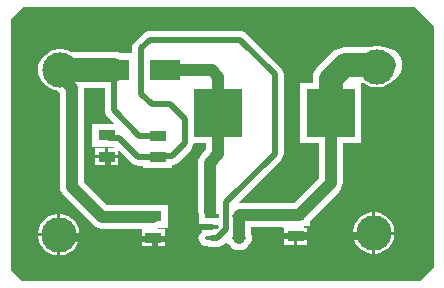
<source format=gtl>
G04*
G04 #@! TF.GenerationSoftware,Altium Limited,Altium Designer,21.0.8 (223)*
G04*
G04 Layer_Physical_Order=1*
G04 Layer_Color=255*
%FSTAX24Y24*%
%MOIN*%
G70*
G04*
G04 #@! TF.SameCoordinates,AB0A05E5-0508-4E5D-A7E0-7FBC12203544*
G04*
G04*
G04 #@! TF.FilePolarity,Positive*
G04*
G01*
G75*
%ADD14C,0.0100*%
%ADD17O,0.0472X0.0138*%
%ADD18R,0.0472X0.0138*%
%ADD19R,0.0571X0.0354*%
%ADD20R,0.1043X0.0689*%
%ADD21R,0.1614X0.1614*%
%ADD22C,0.0394*%
%ADD23C,0.0197*%
%ADD24C,0.0787*%
%ADD25C,0.0260*%
%ADD26C,0.1181*%
G36*
X04165Y02285D02*
Y0148D01*
X0412Y01435D01*
X027932D01*
X02755Y014732D01*
Y0231D01*
X02755Y0231D01*
X02795Y0235D01*
X041D01*
X04165Y02285D01*
D02*
G37*
%LPC*%
G36*
X0352Y022701D02*
X032195D01*
X032117Y022691D01*
X032044Y022661D01*
X031982Y022613D01*
X031687Y022318D01*
X031639Y022256D01*
X031609Y022183D01*
X031599Y022105D01*
Y021944D01*
X031244D01*
X031232Y021951D01*
X03112Y021985D01*
X031004Y021997D01*
X02955D01*
X029527Y022012D01*
X029401Y022064D01*
X029268Y022091D01*
X029132D01*
X028999Y022064D01*
X028873Y022012D01*
X02876Y021936D01*
X02872Y021897D01*
X028719Y021896D01*
X028628Y021822D01*
X028554Y021731D01*
X028499Y021628D01*
X028465Y021516D01*
X028453Y0214D01*
X028465Y021284D01*
X028499Y021172D01*
X028554Y021069D01*
X028628Y020978D01*
X028719Y020904D01*
X02872Y020903D01*
X02876Y020864D01*
X028873Y020788D01*
X028999Y020736D01*
X029106Y020715D01*
X0292Y020621D01*
Y0175D01*
X029213Y017396D01*
X029253Y0173D01*
X029317Y017217D01*
X030317Y016217D01*
X0304Y016153D01*
X030496Y016113D01*
X0306Y0161D01*
X031874D01*
X031915Y016077D01*
X031915Y01605D01*
Y01585D01*
X0323D01*
X032685D01*
Y016077D01*
X032498D01*
X032475Y016127D01*
X032478Y016131D01*
X032785D01*
Y016886D01*
X032397D01*
X032395Y016887D01*
X032291Y0169D01*
X030766D01*
X03Y017666D01*
Y020787D01*
X030015Y020803D01*
X030703D01*
Y020046D01*
X030713Y019969D01*
X030743Y019896D01*
X030791Y019834D01*
X030992Y019632D01*
X030973Y019586D01*
X030265D01*
Y018831D01*
X031D01*
X031003Y018827D01*
X030976Y018777D01*
X0308D01*
Y01855D01*
X031135D01*
Y018674D01*
X031182Y018693D01*
X031583Y018291D01*
X031645Y018243D01*
X031718Y018213D01*
X031796Y018203D01*
X031965D01*
Y018119D01*
X032935D01*
Y018217D01*
X032993Y018225D01*
X033066Y018255D01*
X033128Y018303D01*
X033563Y018737D01*
X033611Y0188D01*
X033641Y018872D01*
X03365Y018943D01*
X03408D01*
Y018746D01*
X033917Y018583D01*
X033853Y0185D01*
X033813Y018404D01*
X0338Y0183D01*
Y016755D01*
X03381Y016674D01*
Y016652D01*
X033814Y016626D01*
Y016255D01*
X033894D01*
X033921Y016205D01*
X03392Y0162D01*
X03425D01*
Y0161D01*
X03392D01*
X033924Y016084D01*
X033939Y016062D01*
X033946Y016014D01*
X033927Y015996D01*
X033891Y015968D01*
X033848Y015912D01*
X033821Y015846D01*
X033811Y015776D01*
X033821Y015706D01*
X033848Y01564D01*
X033891Y015584D01*
X033947Y015541D01*
X034012Y015514D01*
X034083Y015505D01*
X034125D01*
X034172Y015485D01*
X03425Y015475D01*
X034421D01*
X034499Y015485D01*
X034572Y015515D01*
X034634Y015563D01*
X034715Y015643D01*
X034771Y01563D01*
X034806Y015584D01*
X034821Y015573D01*
X034882Y015493D01*
X034965Y015429D01*
X035062Y015389D01*
X035165Y015376D01*
X035269Y015389D01*
X035366Y015429D01*
X035448Y015493D01*
X03551Y015573D01*
X035524Y015584D01*
X035568Y01564D01*
X035595Y015706D01*
X035604Y015776D01*
X035595Y015846D01*
X035568Y015912D01*
X035566Y015914D01*
Y016147D01*
X036625D01*
X036665Y016123D01*
X036665Y016097D01*
Y015896D01*
X03705D01*
Y015846D01*
D01*
Y015896D01*
X037435D01*
Y016123D01*
X037344D01*
X037321Y016173D01*
X037324Y016177D01*
X037535D01*
Y016365D01*
X038503Y017333D01*
X038567Y017416D01*
X038607Y017513D01*
X03862Y017616D01*
Y018943D01*
X039227D01*
Y020953D01*
X039325D01*
X039423Y020888D01*
X039549Y020836D01*
X039682Y020809D01*
X039818D01*
X039951Y020836D01*
X040077Y020888D01*
X04019Y020964D01*
X040224Y020998D01*
X040228Y020999D01*
X040331Y021054D01*
X040422Y021128D01*
X040496Y021219D01*
X040551Y021322D01*
X040585Y021434D01*
X040597Y02155D01*
X040585Y021666D01*
X040551Y021778D01*
X040496Y021881D01*
X040422Y021972D01*
X040331Y022046D01*
X040228Y022101D01*
X040116Y022135D01*
X04Y022147D01*
X039994D01*
X039951Y022164D01*
X039818Y022191D01*
X039682D01*
X039549Y022164D01*
X039506Y022147D01*
X038681D01*
X038681Y022147D01*
X038565Y022135D01*
X038453Y022101D01*
X03835Y022046D01*
X03826Y021972D01*
X037798Y021511D01*
X037724Y02142D01*
X037669Y021317D01*
X037635Y021205D01*
X037624Y021089D01*
X037624Y021089D01*
Y020957D01*
X037213D01*
Y018943D01*
X03782D01*
Y017782D01*
X036985Y016948D01*
X035205D01*
X035188Y016945D01*
X035166Y01699D01*
X036563Y018387D01*
X036611Y018449D01*
X036641Y018522D01*
X036651Y0186D01*
Y02125D01*
X036641Y021328D01*
X036611Y0214D01*
X036563Y021463D01*
X035413Y022613D01*
X03535Y022661D01*
X035278Y022691D01*
X0352Y022701D01*
D02*
G37*
G36*
X0307Y018777D02*
X030365D01*
Y01855D01*
X0307D01*
Y018777D01*
D02*
G37*
G36*
X031135Y01845D02*
X0308D01*
Y018223D01*
X031135D01*
Y01845D01*
D02*
G37*
G36*
X0307D02*
X030365D01*
Y018223D01*
X0307D01*
Y01845D01*
D02*
G37*
G36*
X039718Y016641D02*
X0397D01*
Y016D01*
X040341D01*
Y016018D01*
X040314Y016151D01*
X040262Y016277D01*
X040186Y01639D01*
X04009Y016486D01*
X039977Y016562D01*
X039851Y016614D01*
X039718Y016641D01*
D02*
G37*
G36*
X0396D02*
X039582D01*
X039449Y016614D01*
X039323Y016562D01*
X03921Y016486D01*
X039114Y01639D01*
X039038Y016277D01*
X038986Y016151D01*
X038959Y016018D01*
Y016D01*
X0396D01*
Y016641D01*
D02*
G37*
G36*
X029218Y016591D02*
X0292D01*
Y01595D01*
X029841D01*
Y015968D01*
X029814Y016101D01*
X029762Y016227D01*
X029686Y01634D01*
X02959Y016436D01*
X029477Y016512D01*
X029351Y016564D01*
X029218Y016591D01*
D02*
G37*
G36*
X0291D02*
X029082D01*
X028949Y016564D01*
X028823Y016512D01*
X02871Y016436D01*
X028614Y01634D01*
X028538Y016227D01*
X028486Y016101D01*
X028459Y015968D01*
Y01595D01*
X0291D01*
Y016591D01*
D02*
G37*
G36*
X037435Y015796D02*
X0371D01*
Y015568D01*
X037435D01*
Y015796D01*
D02*
G37*
G36*
X037D02*
X036665D01*
Y015568D01*
X037D01*
Y015796D01*
D02*
G37*
G36*
X032685Y01575D02*
X03235D01*
Y015523D01*
X032685D01*
Y01575D01*
D02*
G37*
G36*
X03225D02*
X031915D01*
Y015523D01*
X03225D01*
Y01575D01*
D02*
G37*
G36*
X040341Y0159D02*
X0397D01*
Y015259D01*
X039718D01*
X039851Y015286D01*
X039977Y015338D01*
X04009Y015414D01*
X040186Y01551D01*
X040262Y015623D01*
X040314Y015749D01*
X040341Y015882D01*
Y0159D01*
D02*
G37*
G36*
X0396D02*
X038959D01*
Y015882D01*
X038986Y015749D01*
X039038Y015623D01*
X039114Y01551D01*
X03921Y015414D01*
X039323Y015338D01*
X039449Y015286D01*
X039582Y015259D01*
X0396D01*
Y0159D01*
D02*
G37*
G36*
X029841Y01585D02*
X0292D01*
Y015209D01*
X029218D01*
X029351Y015236D01*
X029477Y015288D01*
X02959Y015364D01*
X029686Y01546D01*
X029762Y015573D01*
X029814Y015699D01*
X029841Y015832D01*
Y01585D01*
D02*
G37*
G36*
X0291D02*
X028459D01*
Y015832D01*
X028486Y015699D01*
X028538Y015573D01*
X028614Y01546D01*
X02871Y015364D01*
X028823Y015288D01*
X028949Y015236D01*
X029082Y015209D01*
X0291D01*
Y01585D01*
D02*
G37*
%LPD*%
D14*
X03372Y01535D02*
X03377Y0153D01*
X03305Y01615D02*
Y01615D01*
D17*
X035165Y016524D02*
D03*
X03425Y01615D02*
D03*
Y015776D02*
D03*
X035165D02*
D03*
D18*
X03425Y016524D02*
D03*
D19*
X03705Y015846D02*
D03*
Y016554D02*
D03*
X03075Y019209D02*
D03*
Y0185D02*
D03*
X03245Y018496D02*
D03*
Y019204D02*
D03*
X0323Y016509D02*
D03*
Y0158D02*
D03*
D20*
X031004Y0214D02*
D03*
X032696D02*
D03*
D21*
X03448Y01995D02*
D03*
X03822D02*
D03*
D22*
X03448Y01858D02*
Y021169D01*
X0292Y021187D02*
X0296Y020787D01*
Y0175D02*
X0306Y0165D01*
X0296Y0175D02*
Y020787D01*
X0292Y021187D02*
Y0214D01*
X034249D02*
X03448Y021169D01*
X0342Y0183D02*
X03448Y01858D01*
X032696Y0214D02*
X034249D01*
X0306Y0165D02*
X032291D01*
X03822Y017616D02*
Y01995D01*
X035205Y016547D02*
X037043D01*
X035165Y015776D02*
Y016524D01*
X037043Y016547D02*
X03705Y016554D01*
X037158D02*
X03822Y017616D01*
X034211Y016652D02*
Y016744D01*
X0342Y016755D02*
Y0183D01*
Y016755D02*
X034211Y016744D01*
D23*
X0323Y0158D02*
X03235Y01575D01*
X032963D02*
X03305Y015837D01*
X03235Y01575D02*
X032963D01*
X031796Y018504D02*
X032442D01*
X03075Y019209D02*
X030823Y019136D01*
X031164D01*
X031796Y018504D01*
X032915Y018515D02*
X03335Y01895D01*
X03247Y018515D02*
X032915D01*
X03245Y018496D02*
X03247Y018515D01*
X032442Y018504D02*
X03245Y018496D01*
X03075Y0185D02*
X030807Y018443D01*
Y018143D02*
Y018443D01*
X031Y01795D02*
X0321D01*
X030807Y018143D02*
X031Y01795D01*
X0321D02*
X03305Y017D01*
X031846Y019204D02*
X03245D01*
X031004Y020046D02*
X031846Y019204D01*
X03235Y015415D02*
X032465Y0153D01*
X03235Y015415D02*
Y015721D01*
X032465Y0153D02*
X03377D01*
X03375Y01615D02*
X03425D01*
X033493Y015893D02*
X03375Y01615D01*
X03305Y015893D02*
X033493D01*
X03305Y015837D02*
Y01615D01*
X032261Y015761D02*
X0323Y015721D01*
X03235D01*
X029289Y015761D02*
X032261D01*
X02915Y0159D02*
X029289Y015761D01*
X03305Y01615D02*
Y017D01*
X035654Y0153D02*
X0362Y015846D01*
X03377Y0153D02*
X035654D01*
X0362Y015846D02*
X03705D01*
X032291Y0165D02*
X0323Y016509D01*
X034731Y016981D02*
X03635Y0186D01*
X034731Y016085D02*
Y016981D01*
X03635Y0186D02*
Y02125D01*
X03225Y02025D02*
X03285D01*
X03335Y01975D01*
Y01895D02*
Y01975D01*
X0319Y022105D02*
X032195Y0224D01*
X0352D01*
X0319Y0206D02*
Y022105D01*
Y0206D02*
X03225Y02025D01*
X031004Y020046D02*
Y0214D01*
X0352Y0224D02*
X03635Y02125D01*
X034421Y015776D02*
X034731Y016085D01*
X034276Y015776D02*
X034421D01*
X03425D02*
X034276D01*
D24*
X02945Y0214D02*
X031004D01*
X02905D02*
X02945D01*
X038681Y02155D02*
X04D01*
X03822Y01995D02*
Y021089D01*
X038681Y02155D01*
D25*
X03705Y015846D02*
X0397D01*
D26*
X02915Y0159D02*
D03*
X03965Y01595D02*
D03*
X0292Y0214D02*
D03*
X03975Y0215D02*
D03*
M02*

</source>
